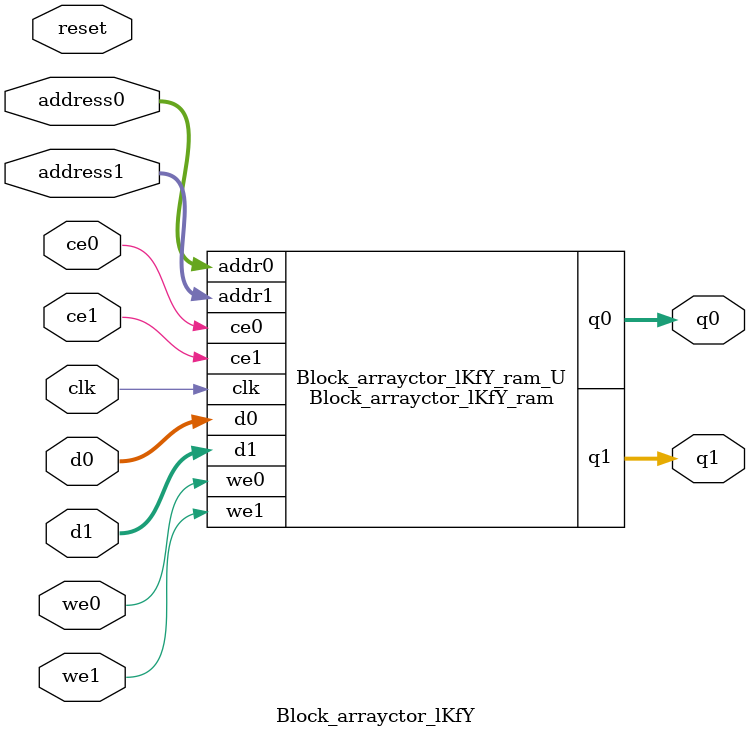
<source format=v>
`timescale 1 ns / 1 ps
module Block_arrayctor_lKfY_ram (addr0, ce0, d0, we0, q0, addr1, ce1, d1, we1, q1,  clk);

parameter DWIDTH = 4;
parameter AWIDTH = 13;
parameter MEM_SIZE = 7776;

input[AWIDTH-1:0] addr0;
input ce0;
input[DWIDTH-1:0] d0;
input we0;
output reg[DWIDTH-1:0] q0;
input[AWIDTH-1:0] addr1;
input ce1;
input[DWIDTH-1:0] d1;
input we1;
output reg[DWIDTH-1:0] q1;
input clk;

(* ram_style = "block" *)reg [DWIDTH-1:0] ram[0:MEM_SIZE-1];




always @(posedge clk)  
begin 
    if (ce0) begin
        if (we0) 
            ram[addr0] <= d0; 
        q0 <= ram[addr0];
    end
end


always @(posedge clk)  
begin 
    if (ce1) begin
        if (we1) 
            ram[addr1] <= d1; 
        q1 <= ram[addr1];
    end
end


endmodule

`timescale 1 ns / 1 ps
module Block_arrayctor_lKfY(
    reset,
    clk,
    address0,
    ce0,
    we0,
    d0,
    q0,
    address1,
    ce1,
    we1,
    d1,
    q1);

parameter DataWidth = 32'd4;
parameter AddressRange = 32'd7776;
parameter AddressWidth = 32'd13;
input reset;
input clk;
input[AddressWidth - 1:0] address0;
input ce0;
input we0;
input[DataWidth - 1:0] d0;
output[DataWidth - 1:0] q0;
input[AddressWidth - 1:0] address1;
input ce1;
input we1;
input[DataWidth - 1:0] d1;
output[DataWidth - 1:0] q1;



Block_arrayctor_lKfY_ram Block_arrayctor_lKfY_ram_U(
    .clk( clk ),
    .addr0( address0 ),
    .ce0( ce0 ),
    .we0( we0 ),
    .d0( d0 ),
    .q0( q0 ),
    .addr1( address1 ),
    .ce1( ce1 ),
    .we1( we1 ),
    .d1( d1 ),
    .q1( q1 ));

endmodule


</source>
